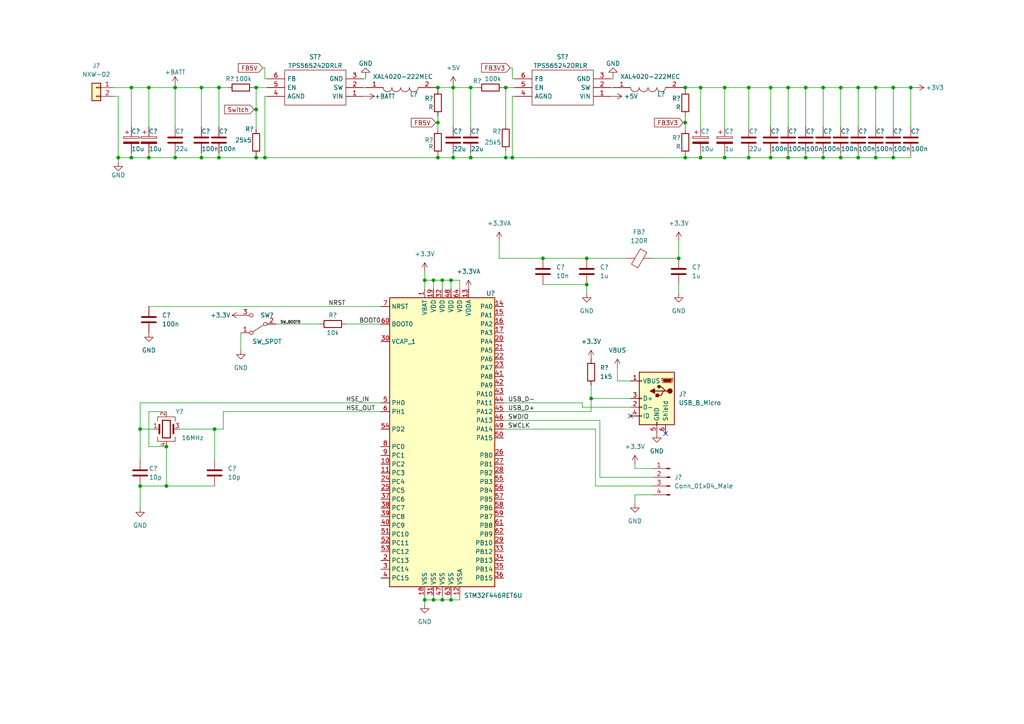
<source format=kicad_sch>
(kicad_sch (version 20211123) (generator eeschema)
  (paper "A4")
  (lib_symbols
    (symbol "Connector:Conn_01x04_Male" (pin_names (offset 1.016) hide)
      (property "Reference" "J" (at 0 5.08 0))
      (property "Value" "Conn_01x04_Male" (at 0 -7.62 0))
      (symbol "Conn_01x04_Male_1_1"
        (polyline (pts (xy 1.27 -5.08) (xy 0.8636 -5.08)) (stroke (width 0.1524)))
        (polyline (pts (xy 1.27 -2.54) (xy 0.8636 -2.54)) (stroke (width 0.1524)))
        (polyline (pts (xy 1.27 0) (xy 0.8636 0)) (stroke (width 0.1524)))
        (polyline (pts (xy 1.27 2.54) (xy 0.8636 2.54)) (stroke (width 0.1524)))
        (rectangle (start 0.8636 -4.953) (end 0 -5.207) (stroke (width 0.1524)) (fill (type outline)))
        (rectangle (start 0.8636 -2.413) (end 0 -2.667) (stroke (width 0.1524)) (fill (type outline)))
        (rectangle (start 0.8636 0.127) (end 0 -0.127) (stroke (width 0.1524)) (fill (type outline)))
        (rectangle (start 0.8636 2.667) (end 0 2.413) (stroke (width 0.1524)) (fill (type outline)))
        (pin passive line (at 5.08 2.54 180) (length 3.81) (name "Pin_1") (number "1"))
        (pin passive line (at 5.08 0 180) (length 3.81) (name "Pin_2") (number "2"))
        (pin passive line (at 5.08 -2.54 180) (length 3.81) (name "Pin_3") (number "3"))
        (pin passive line (at 5.08 -5.08 180) (length 3.81) (name "Pin_4") (number "4"))
      )
    )
    (symbol "Connector:USB_B_Micro" (pin_names (offset 1.016))
      (property "Reference" "J" (at -5.08 11.43 0))
      (property "Value" "USB_B_Micro" (at -5.08 8.89 0))
      (symbol "USB_B_Micro_0_1"
        (rectangle (start -5.08 -7.62) (end 5.08 7.62) (stroke (width 0.254)) (fill (type background)))
        (circle (center -3.81 2.159) (radius 0.635) (stroke (width 0.254)) (fill (type outline)))
        (circle (center -0.635 3.429) (radius 0.381) (stroke (width 0.254)) (fill (type outline)))
        (rectangle (start -0.127 -7.62) (end 0.127 -6.858))
        (polyline (pts (xy -1.905 2.159) (xy 0.635 2.159)) (stroke (width 0.254)))
        (polyline (pts (xy -3.175 2.159) (xy -2.54 2.159) (xy -1.27 3.429) (xy -0.635 3.429)) (stroke (width 0.254)))
        (polyline (pts (xy -2.54 2.159) (xy -1.905 2.159) (xy -1.27 0.889) (xy 0 0.889)) (stroke (width 0.254)))
        (polyline (pts (xy 0.635 2.794) (xy 0.635 1.524) (xy 1.905 2.159) (xy 0.635 2.794)) (stroke (width 0.254)) (fill (type outline)))
        (polyline (pts (xy -4.318 5.588) (xy -1.778 5.588) (xy -2.032 4.826) (xy -4.064 4.826) (xy -4.318 5.588)) (fill (type outline)))
        (polyline (pts (xy -4.699 5.842) (xy -4.699 5.588) (xy -4.445 4.826) (xy -4.445 4.572) (xy -1.651 4.572) (xy -1.651 4.826) (xy -1.397 5.588) (xy -1.397 5.842) (xy -4.699 5.842)))
        (rectangle (start 0.254 1.27) (end -0.508 0.508) (stroke (width 0.254)) (fill (type outline)))
        (rectangle (start 5.08 -5.207) (end 4.318 -4.953))
        (rectangle (start 5.08 -2.667) (end 4.318 -2.413))
        (rectangle (start 5.08 -0.127) (end 4.318 0.127))
        (rectangle (start 5.08 4.953) (end 4.318 5.207))
      )
      (symbol "USB_B_Micro_1_1"
        (pin power_out line (at 7.62 5.08 180) (length 2.54) (name "VBUS") (number "1"))
        (pin bidirectional line (at 7.62 -2.54 180) (length 2.54) (name "D-") (number "2"))
        (pin bidirectional line (at 7.62 0 180) (length 2.54) (name "D+") (number "3"))
        (pin passive line (at 7.62 -5.08 180) (length 2.54) (name "ID") (number "4"))
        (pin power_out line (at 0 -10.16 90) (length 2.54) (name "GND") (number "5"))
        (pin passive line (at -2.54 -10.16 90) (length 2.54) (name "Shield") (number "6"))
      )
    )
    (symbol "Connector_Generic:Conn_01x02" (pin_names (offset 1.016) hide)
      (property "Reference" "J" (at 0 2.54 0))
      (property "Value" "Conn_01x02" (at 0 -5.08 0))
      (symbol "Conn_01x02_1_1"
        (rectangle (start -1.27 -2.413) (end 0 -2.667) (stroke (width 0.1524)))
        (rectangle (start -1.27 0.127) (end 0 -0.127) (stroke (width 0.1524)))
        (rectangle (start -1.27 1.27) (end 1.27 -3.81) (stroke (width 0.254)) (fill (type background)))
        (pin passive line (at -5.08 0 0) (length 3.81) (name "Pin_1") (number "1"))
        (pin passive line (at -5.08 -2.54 0) (length 3.81) (name "Pin_2") (number "2"))
      )
    )
    (symbol "Device:C" (pin_numbers hide) (pin_names (offset 0.254))
      (property "Reference" "C" (at 0.635 2.54 0))
      (property "Value" "C" (at 0.635 -2.54 0))
      (symbol "C_0_1"
        (polyline (pts (xy -2.032 -0.762) (xy 2.032 -0.762)) (stroke (width 0.508)))
        (polyline (pts (xy -2.032 0.762) (xy 2.032 0.762)) (stroke (width 0.508)))
      )
      (symbol "C_1_1"
        (pin passive line (at 0 3.81 270) (length 2.794) (name "~") (number "1"))
        (pin passive line (at 0 -3.81 90) (length 2.794) (name "~") (number "2"))
      )
    )
    (symbol "Device:C_Polarized" (pin_numbers hide) (pin_names (offset 0.254))
      (property "Reference" "C" (at 0.635 2.54 0))
      (property "Value" "C_Polarized" (at 0.635 -2.54 0))
      (symbol "C_Polarized_0_1"
        (rectangle (start -2.286 0.508) (end 2.286 1.016))
        (polyline (pts (xy -1.778 2.286) (xy -0.762 2.286)))
        (polyline (pts (xy -1.27 2.794) (xy -1.27 1.778)))
        (rectangle (start 2.286 -0.508) (end -2.286 -1.016) (fill (type outline)))
      )
      (symbol "C_Polarized_1_1"
        (pin passive line (at 0 3.81 270) (length 2.794) (name "~") (number "1"))
        (pin passive line (at 0 -3.81 90) (length 2.794) (name "~") (number "2"))
      )
    )
    (symbol "Device:Crystal_GND24" (pin_names (offset 1.016) hide)
      (property "Reference" "Y" (at 3.175 5.08 0))
      (property "Value" "Crystal_GND24" (at 3.175 3.175 0))
      (symbol "Crystal_GND24_0_1"
        (rectangle (start -1.143 2.54) (end 1.143 -2.54) (stroke (width 0.3048)))
        (polyline (pts (xy -2.54 0) (xy -2.032 0)))
        (polyline (pts (xy -2.032 -1.27) (xy -2.032 1.27)) (stroke (width 0.508)))
        (polyline (pts (xy 0 -3.81) (xy 0 -3.556)))
        (polyline (pts (xy 0 3.556) (xy 0 3.81)))
        (polyline (pts (xy 2.032 -1.27) (xy 2.032 1.27)) (stroke (width 0.508)))
        (polyline (pts (xy 2.032 0) (xy 2.54 0)))
        (polyline (pts (xy -2.54 -2.286) (xy -2.54 -3.556) (xy 2.54 -3.556) (xy 2.54 -2.286)))
        (polyline (pts (xy -2.54 2.286) (xy -2.54 3.556) (xy 2.54 3.556) (xy 2.54 2.286)))
      )
      (symbol "Crystal_GND24_1_1"
        (pin passive line (at -3.81 0 0) (length 1.27) (name "1") (number "1"))
        (pin passive line (at 0 5.08 270) (length 1.27) (name "2") (number "2"))
        (pin passive line (at 3.81 0 180) (length 1.27) (name "3") (number "3"))
        (pin passive line (at 0 -5.08 90) (length 1.27) (name "4") (number "4"))
      )
    )
    (symbol "Device:FerriteBead" (pin_numbers hide) (pin_names (offset 0))
      (property "Reference" "FB" (at -3.81 0.635 90))
      (property "Value" "FerriteBead" (at 3.81 0 90))
      (symbol "FerriteBead_0_1"
        (polyline (pts (xy 0 -1.27) (xy 0 -1.2192)))
        (polyline (pts (xy 0 1.27) (xy 0 1.2954)))
        (polyline (pts (xy -2.7686 0.4064) (xy -1.7018 2.2606) (xy 2.7686 -0.3048) (xy 1.6764 -2.159) (xy -2.7686 0.4064)))
      )
      (symbol "FerriteBead_1_1"
        (pin passive line (at 0 3.81 270) (length 2.54) (name "~") (number "1"))
        (pin passive line (at 0 -3.81 90) (length 2.54) (name "~") (number "2"))
      )
    )
    (symbol "Device:R" (pin_numbers hide) (pin_names (offset 0))
      (property "Reference" "R" (at 2.032 0 90))
      (property "Value" "R" (at 0 0 90))
      (symbol "R_0_1"
        (rectangle (start -1.016 -2.54) (end 1.016 2.54) (stroke (width 0.254)))
      )
      (symbol "R_1_1"
        (pin passive line (at 0 3.81 270) (length 1.27) (name "~") (number "1"))
        (pin passive line (at 0 -3.81 90) (length 1.27) (name "~") (number "2"))
      )
    )
    (symbol "MCU_ST_STM32F4:STM32F446RETx"
      (property "Reference" "U" (at -15.24 41.91 0))
      (property "Value" "STM32F446RETx" (at 10.16 41.91 0))
      (symbol "STM32F446RETx_0_1"
        (rectangle (start -15.24 -43.18) (end 15.24 40.64) (stroke (width 0.254)) (fill (type background)))
      )
      (symbol "STM32F446RETx_1_1"
        (pin power_in line (at -5.08 43.18 270) (length 2.54) (name "VBAT") (number "1"))
        (pin bidirectional line (at -17.78 -7.62 0) (length 2.54) (name "PC2") (number "10"))
        (pin bidirectional line (at -17.78 -10.16 0) (length 2.54) (name "PC3") (number "11"))
        (pin power_in line (at 5.08 -45.72 90) (length 2.54) (name "VSSA") (number "12"))
        (pin power_in line (at 7.62 43.18 270) (length 2.54) (name "VDDA") (number "13"))
        (pin bidirectional line (at 17.78 38.1 180) (length 2.54) (name "PA0") (number "14"))
        (pin bidirectional line (at 17.78 35.56 180) (length 2.54) (name "PA1") (number "15"))
        (pin bidirectional line (at 17.78 33.02 180) (length 2.54) (name "PA2") (number "16"))
        (pin bidirectional line (at 17.78 30.48 180) (length 2.54) (name "PA3") (number "17"))
        (pin power_in line (at -5.08 -45.72 90) (length 2.54) (name "VSS") (number "18"))
        (pin power_in line (at -2.54 43.18 270) (length 2.54) (name "VDD") (number "19"))
        (pin bidirectional line (at -17.78 -35.56 0) (length 2.54) (name "PC13") (number "2"))
        (pin bidirectional line (at 17.78 27.94 180) (length 2.54) (name "PA4") (number "20"))
        (pin bidirectional line (at 17.78 25.4 180) (length 2.54) (name "PA5") (number "21"))
        (pin bidirectional line (at 17.78 22.86 180) (length 2.54) (name "PA6") (number "22"))
        (pin bidirectional line (at 17.78 20.32 180) (length 2.54) (name "PA7") (number "23"))
        (pin bidirectional line (at -17.78 -12.7 0) (length 2.54) (name "PC4") (number "24"))
        (pin bidirectional line (at -17.78 -15.24 0) (length 2.54) (name "PC5") (number "25"))
        (pin bidirectional line (at 17.78 -5.08 180) (length 2.54) (name "PB0") (number "26"))
        (pin bidirectional line (at 17.78 -7.62 180) (length 2.54) (name "PB1") (number "27"))
        (pin bidirectional line (at 17.78 -10.16 180) (length 2.54) (name "PB2") (number "28"))
        (pin bidirectional line (at 17.78 -30.48 180) (length 2.54) (name "PB10") (number "29"))
        (pin bidirectional line (at -17.78 -38.1 0) (length 2.54) (name "PC14") (number "3"))
        (pin power_in line (at -17.78 27.94 0) (length 2.54) (name "VCAP_1") (number "30"))
        (pin power_in line (at -2.54 -45.72 90) (length 2.54) (name "VSS") (number "31"))
        (pin power_in line (at 0 43.18 270) (length 2.54) (name "VDD") (number "32"))
        (pin bidirectional line (at 17.78 -33.02 180) (length 2.54) (name "PB12") (number "33"))
        (pin bidirectional line (at 17.78 -35.56 180) (length 2.54) (name "PB13") (number "34"))
        (pin bidirectional line (at 17.78 -38.1 180) (length 2.54) (name "PB14") (number "35"))
        (pin bidirectional line (at 17.78 -40.64 180) (length 2.54) (name "PB15") (number "36"))
        (pin bidirectional line (at -17.78 -17.78 0) (length 2.54) (name "PC6") (number "37"))
        (pin bidirectional line (at -17.78 -20.32 0) (length 2.54) (name "PC7") (number "38"))
        (pin bidirectional line (at -17.78 -22.86 0) (length 2.54) (name "PC8") (number "39"))
        (pin bidirectional line (at -17.78 -40.64 0) (length 2.54) (name "PC15") (number "4"))
        (pin bidirectional line (at -17.78 -25.4 0) (length 2.54) (name "PC9") (number "40"))
        (pin bidirectional line (at 17.78 17.78 180) (length 2.54) (name "PA8") (number "41"))
        (pin bidirectional line (at 17.78 15.24 180) (length 2.54) (name "PA9") (number "42"))
        (pin bidirectional line (at 17.78 12.7 180) (length 2.54) (name "PA10") (number "43"))
        (pin bidirectional line (at 17.78 10.16 180) (length 2.54) (name "PA11") (number "44"))
        (pin bidirectional line (at 17.78 7.62 180) (length 2.54) (name "PA12") (number "45"))
        (pin bidirectional line (at 17.78 5.08 180) (length 2.54) (name "PA13") (number "46"))
        (pin power_in line (at 0 -45.72 90) (length 2.54) (name "VSS") (number "47"))
        (pin power_in line (at 2.54 43.18 270) (length 2.54) (name "VDD") (number "48"))
        (pin bidirectional line (at 17.78 2.54 180) (length 2.54) (name "PA14") (number "49"))
        (pin input line (at -17.78 10.16 0) (length 2.54) (name "PH0") (number "5"))
        (pin bidirectional line (at 17.78 0 180) (length 2.54) (name "PA15") (number "50"))
        (pin bidirectional line (at -17.78 -27.94 0) (length 2.54) (name "PC10") (number "51"))
        (pin bidirectional line (at -17.78 -30.48 0) (length 2.54) (name "PC11") (number "52"))
        (pin bidirectional line (at -17.78 -33.02 0) (length 2.54) (name "PC12") (number "53"))
        (pin bidirectional line (at -17.78 2.54 0) (length 2.54) (name "PD2") (number "54"))
        (pin bidirectional line (at 17.78 -12.7 180) (length 2.54) (name "PB3") (number "55"))
        (pin bidirectional line (at 17.78 -15.24 180) (length 2.54) (name "PB4") (number "56"))
        (pin bidirectional line (at 17.78 -17.78 180) (length 2.54) (name "PB5") (number "57"))
        (pin bidirectional line (at 17.78 -20.32 180) (length 2.54) (name "PB6") (number "58"))
        (pin bidirectional line (at 17.78 -22.86 180) (length 2.54) (name "PB7") (number "59"))
        (pin input line (at -17.78 7.62 0) (length 2.54) (name "PH1") (number "6"))
        (pin input line (at -17.78 33.02 0) (length 2.54) (name "BOOT0") (number "60"))
        (pin bidirectional line (at 17.78 -25.4 180) (length 2.54) (name "PB8") (number "61"))
        (pin bidirectional line (at 17.78 -27.94 180) (length 2.54) (name "PB9") (number "62"))
        (pin power_in line (at 2.54 -45.72 90) (length 2.54) (name "VSS") (number "63"))
        (pin power_in line (at 5.08 43.18 270) (length 2.54) (name "VDD") (number "64"))
        (pin input line (at -17.78 38.1 0) (length 2.54) (name "NRST") (number "7"))
        (pin bidirectional line (at -17.78 -2.54 0) (length 2.54) (name "PC0") (number "8"))
        (pin bidirectional line (at -17.78 -5.08 0) (length 2.54) (name "PC1") (number "9"))
      )
    )
    (symbol "SamacSys_Parts:TPS565242DRLR" (pin_names (offset 0.762))
      (property "Reference" "IC" (at 24.13 7.62 0))
      (property "Value" "TPS565242DRLR" (at 24.13 5.08 0))
      (symbol "TPS565242DRLR_0_0"
        (pin passive line (at 0 0 0) (length 5.08) (name "VIN") (number "1"))
        (pin passive line (at 0 -2.54 0) (length 5.08) (name "SW") (number "2"))
        (pin passive line (at 0 -5.08 0) (length 5.08) (name "GND") (number "3"))
        (pin passive line (at 27.94 0 180) (length 5.08) (name "AGND") (number "4"))
        (pin passive line (at 27.94 -2.54 180) (length 5.08) (name "EN") (number "5"))
        (pin passive line (at 27.94 -5.08 180) (length 5.08) (name "FB") (number "6"))
      )
      (symbol "TPS565242DRLR_0_1"
        (polyline (pts (xy 5.08 2.54) (xy 22.86 2.54) (xy 22.86 -7.62) (xy 5.08 -7.62) (xy 5.08 2.54)) (stroke (width 0.1524)))
      )
    )
    (symbol "SamacSys_Parts:XAL4020-222MEC" (pin_names (offset 0.762))
      (property "Reference" "L" (at 16.51 6.35 0))
      (property "Value" "XAL4020-222MEC" (at 16.51 3.81 0))
      (symbol "XAL4020-222MEC_0_0"
        (pin passive line (at 0 0 0) (length 5.08) (name "~") (number "1"))
        (pin passive line (at 20.32 0 180) (length 5.08) (name "~") (number "2"))
      )
      (symbol "XAL4020-222MEC_0_1"
        (arc (start 5.08 0) (mid 6.35 -1.3218) (end 7.62 0) (stroke (width 0.1524)))
        (arc (start 7.62 0) (mid 8.89 -1.3218) (end 10.16 0) (stroke (width 0.1524)))
        (arc (start 10.16 0) (mid 11.43 -1.3218) (end 12.7 0) (stroke (width 0.1524)))
        (arc (start 12.7 0) (mid 13.97 -1.3218) (end 15.24 0) (stroke (width 0.1524)))
      )
    )
    (symbol "Switch:SW_SPDT" (pin_names (offset 0) hide)
      (property "Reference" "SW" (at 0 4.318 0))
      (property "Value" "SW_SPDT" (at 0 -5.08 0))
      (symbol "SW_SPDT_0_0"
        (circle (center -2.032 0) (radius 0.508))
        (circle (center 2.032 -2.54) (radius 0.508))
      )
      (symbol "SW_SPDT_0_1"
        (polyline (pts (xy -1.524 0.254) (xy 1.651 2.286)))
        (circle (center 2.032 2.54) (radius 0.508))
      )
      (symbol "SW_SPDT_1_1"
        (pin passive line (at 5.08 2.54 180) (length 2.54) (name "A") (number "1"))
        (pin passive line (at -5.08 0 0) (length 2.54) (name "B") (number "2"))
        (pin passive line (at 5.08 -2.54 180) (length 2.54) (name "C") (number "3"))
      )
    )
    (symbol "power:+3.3V" (power) (pin_names (offset 0))
      (property "Value" "+3.3V" (at 0 3.556 0))
      (symbol "+3.3V_0_1"
        (polyline (pts (xy -0.762 1.27) (xy 0 2.54)))
        (polyline (pts (xy 0 0) (xy 0 2.54)))
        (polyline (pts (xy 0 2.54) (xy 0.762 1.27)))
      )
      (symbol "+3.3V_1_1"
        (pin power_in line (at 0 0 90) (length 0) hide (name "+3.3V") (number "1"))
      )
    )
    (symbol "power:+3.3VA" (power) (pin_names (offset 0))
      (property "Value" "+3.3VA" (at 0 3.556 0))
      (symbol "+3.3VA_0_1"
        (polyline (pts (xy -0.762 1.27) (xy 0 2.54)))
        (polyline (pts (xy 0 0) (xy 0 2.54)))
        (polyline (pts (xy 0 2.54) (xy 0.762 1.27)))
      )
      (symbol "+3.3VA_1_1"
        (pin power_in line (at 0 0 90) (length 0) hide (name "+3.3VA") (number "1"))
      )
    )
    (symbol "power:+3V3" (power) (pin_names (offset 0))
      (property "Value" "+3V3" (at 0 3.556 0))
      (symbol "+3V3_0_1"
        (polyline (pts (xy -0.762 1.27) (xy 0 2.54)))
        (polyline (pts (xy 0 0) (xy 0 2.54)))
        (polyline (pts (xy 0 2.54) (xy 0.762 1.27)))
      )
      (symbol "+3V3_1_1"
        (pin power_in line (at 0 0 90) (length 0) hide (name "+3V3") (number "1"))
      )
    )
    (symbol "power:+5V" (power) (pin_names (offset 0))
      (property "Value" "+5V" (at 0 3.556 0))
      (symbol "+5V_0_1"
        (polyline (pts (xy -0.762 1.27) (xy 0 2.54)))
        (polyline (pts (xy 0 0) (xy 0 2.54)))
        (polyline (pts (xy 0 2.54) (xy 0.762 1.27)))
      )
      (symbol "+5V_1_1"
        (pin power_in line (at 0 0 90) (length 0) hide (name "+5V") (number "1"))
      )
    )
    (symbol "power:+BATT" (power) (pin_names (offset 0))
      (property "Value" "+BATT" (at 0 3.556 0))
      (symbol "+BATT_0_1"
        (polyline (pts (xy -0.762 1.27) (xy 0 2.54)))
        (polyline (pts (xy 0 0) (xy 0 2.54)))
        (polyline (pts (xy 0 2.54) (xy 0.762 1.27)))
      )
      (symbol "+BATT_1_1"
        (pin power_in line (at 0 0 90) (length 0) hide (name "+BATT") (number "1"))
      )
    )
    (symbol "power:GND" (power) (pin_names (offset 0))
      (property "Value" "GND" (at 0 -3.81 0))
      (symbol "GND_0_1"
        (polyline (pts (xy 0 0) (xy 0 -1.27) (xy 1.27 -1.27) (xy 0 -2.54) (xy -1.27 -1.27) (xy 0 -1.27)))
      )
      (symbol "GND_1_1"
        (pin power_in line (at 0 0 270) (length 0) hide (name "GND") (number "1"))
      )
    )
    (symbol "power:VBUS" (power) (pin_names (offset 0))
      (property "Value" "VBUS" (at 0 3.81 0))
      (symbol "VBUS_0_1"
        (polyline (pts (xy -0.762 1.27) (xy 0 2.54)))
        (polyline (pts (xy 0 0) (xy 0 2.54)))
        (polyline (pts (xy 0 2.54) (xy 0.762 1.27)))
      )
      (symbol "VBUS_1_1"
        (pin power_in line (at 0 0 90) (length 0) hide (name "VBUS") (number "1"))
      )
    )
  )
  (junction (at 136.525 45.72))
  (junction (at 228.6 25.4))
  (junction (at 125.73 173.99))
  (junction (at 38.1 45.72))
  (junction (at 170.18 74.93))
  (junction (at 38.1 25.4))
  (junction (at 63.5 25.4))
  (junction (at 62.23 124.46))
  (junction (at 238.76 25.4))
  (junction (at 259.08 45.72))
  (junction (at 203.2 45.72))
  (junction (at 248.92 45.72))
  (junction (at 228.6 45.72))
  (junction (at 50.8 25.4))
  (junction (at 128.27 173.99))
  (junction (at 131.445 45.72))
  (junction (at 198.755 25.4))
  (junction (at 243.84 25.4))
  (junction (at 127 35.56))
  (junction (at 254 45.72))
  (junction (at 130.81 81.28))
  (junction (at 43.18 25.4))
  (junction (at 74.295 31.75))
  (junction (at 74.295 25.4))
  (junction (at 238.76 45.72))
  (junction (at 58.42 45.72))
  (junction (at 157.48 74.93))
  (junction (at 170.18 82.55))
  (junction (at 76.835 45.72))
  (junction (at 123.19 81.28))
  (junction (at 198.755 45.72))
  (junction (at 43.18 45.72))
  (junction (at 123.19 173.99))
  (junction (at 131.445 25.4))
  (junction (at 146.685 25.4))
  (junction (at 128.27 81.28))
  (junction (at 63.5 45.72))
  (junction (at 125.73 81.28))
  (junction (at 254 25.4))
  (junction (at 217.17 45.72))
  (junction (at 40.64 140.97))
  (junction (at 146.685 45.72))
  (junction (at 58.42 25.4))
  (junction (at 48.26 129.54))
  (junction (at 136.525 25.4))
  (junction (at 198.755 35.56))
  (junction (at 210.185 25.4))
  (junction (at 171.45 115.57))
  (junction (at 130.81 173.99))
  (junction (at 210.185 45.72))
  (junction (at 233.68 25.4))
  (junction (at 34.29 45.72))
  (junction (at 148.59 45.72))
  (junction (at 264.16 25.4))
  (junction (at 223.52 45.72))
  (junction (at 196.85 74.93))
  (junction (at 40.64 124.46))
  (junction (at 243.84 45.72))
  (junction (at 50.8 45.72))
  (junction (at 74.295 45.72))
  (junction (at 233.68 45.72))
  (junction (at 127 25.4))
  (junction (at 203.2 25.4))
  (junction (at 259.08 25.4))
  (junction (at 217.17 25.4))
  (junction (at 248.92 25.4))
  (junction (at 223.52 25.4))
  (junction (at 48.26 140.97))
  (junction (at 127 45.72))
  (no_connect (at 193.04 125.73))
  (no_connect (at 182.88 120.65))
  (wire (pts (xy 148.59 27.94) (xy 148.59 45.72)))
  (wire (pts (xy 63.5 36.83) (xy 63.5 25.4)))
  (wire (pts (xy 233.68 25.4) (xy 228.6 25.4)))
  (wire (pts (xy 130.81 81.28) (xy 133.35 81.28)))
  (wire (pts (xy 223.52 45.72) (xy 217.17 45.72)))
  (wire (pts (xy 131.445 36.83) (xy 131.445 25.4)))
  (wire (pts (xy 198.755 35.56) (xy 198.755 33.655)))
  (wire (pts (xy 264.16 36.83) (xy 264.16 25.4)))
  (wire (pts (xy 43.18 119.38) (xy 43.18 129.54)))
  (wire (pts (xy 248.92 45.72) (xy 243.84 45.72)))
  (wire (pts (xy 184.15 134.62) (xy 184.15 135.89)))
  (wire (pts (xy 173.99 121.92) (xy 173.99 138.43)))
  (wire (pts (xy 233.68 36.83) (xy 233.68 25.4)))
  (wire (pts (xy 146.685 36.195) (xy 146.685 25.4)))
  (wire (pts (xy 238.76 25.4) (xy 233.68 25.4)))
  (wire (pts (xy 144.78 74.93) (xy 157.48 74.93)))
  (wire (pts (xy 171.45 119.38) (xy 171.45 115.57)))
  (wire (pts (xy 58.42 36.83) (xy 58.42 25.4)))
  (wire (pts (xy 38.1 44.45) (xy 38.1 45.72)))
  (wire (pts (xy 125.73 81.28) (xy 128.27 81.28)))
  (wire (pts (xy 264.16 25.4) (xy 259.08 25.4)))
  (wire (pts (xy 136.525 36.83) (xy 136.525 25.4)))
  (wire (pts (xy 62.23 124.46) (xy 52.07 124.46)))
  (wire (pts (xy 127 35.56) (xy 127 37.465)))
  (wire (pts (xy 50.8 45.72) (xy 58.42 45.72)))
  (wire (pts (xy 248.92 36.83) (xy 248.92 25.4)))
  (wire (pts (xy 43.18 129.54) (xy 48.26 129.54)))
  (wire (pts (xy 203.2 45.72) (xy 210.185 45.72)))
  (wire (pts (xy 128.27 173.99) (xy 128.27 172.72)))
  (wire (pts (xy 265.43 25.4) (xy 264.16 25.4)))
  (wire (pts (xy 254 25.4) (xy 259.08 25.4)))
  (wire (pts (xy 228.6 36.83) (xy 228.6 25.4)))
  (wire (pts (xy 76.835 22.86) (xy 77.47 22.86)))
  (wire (pts (xy 64.77 119.38) (xy 110.49 119.38)))
  (wire (pts (xy 210.185 36.83) (xy 210.185 25.4)))
  (wire (pts (xy 76.2 19.685) (xy 76.835 19.685)))
  (wire (pts (xy 238.76 45.72) (xy 233.68 45.72)))
  (wire (pts (xy 76.835 45.72) (xy 127 45.72)))
  (wire (pts (xy 157.48 74.93) (xy 170.18 74.93)))
  (wire (pts (xy 203.2 25.4) (xy 198.755 25.4)))
  (wire (pts (xy 128.27 81.28) (xy 128.27 83.82)))
  (wire (pts (xy 148.59 45.72) (xy 198.755 45.72)))
  (wire (pts (xy 74.295 45.72) (xy 76.835 45.72)))
  (wire (pts (xy 210.185 25.4) (xy 217.17 25.4)))
  (wire (pts (xy 179.07 110.49) (xy 182.88 110.49)))
  (wire (pts (xy 146.685 45.72) (xy 148.59 45.72)))
  (wire (pts (xy 172.72 140.97) (xy 189.23 140.97)))
  (wire (pts (xy 136.525 44.45) (xy 136.525 45.72)))
  (wire (pts (xy 69.85 96.52) (xy 69.85 101.6)))
  (wire (pts (xy 34.29 45.72) (xy 38.1 45.72)))
  (wire (pts (xy 146.05 124.46) (xy 172.72 124.46)))
  (wire (pts (xy 217.17 44.45) (xy 217.17 45.72)))
  (wire (pts (xy 177.8 22.225) (xy 177.8 22.86)))
  (wire (pts (xy 80.01 93.98) (xy 92.71 93.98)))
  (wire (pts (xy 171.45 115.57) (xy 182.88 115.57)))
  (wire (pts (xy 123.19 78.74) (xy 123.19 81.28)))
  (wire (pts (xy 228.6 44.45) (xy 228.6 45.72)))
  (wire (pts (xy 33.02 25.4) (xy 38.1 25.4)))
  (wire (pts (xy 248.92 25.4) (xy 243.84 25.4)))
  (wire (pts (xy 223.52 44.45) (xy 223.52 45.72)))
  (wire (pts (xy 127 45.72) (xy 131.445 45.72)))
  (wire (pts (xy 254 25.4) (xy 248.92 25.4)))
  (wire (pts (xy 233.68 44.45) (xy 233.68 45.72)))
  (wire (pts (xy 76.835 19.685) (xy 76.835 22.86)))
  (wire (pts (xy 196.85 69.85) (xy 196.85 74.93)))
  (wire (pts (xy 177.8 22.86) (xy 177.165 22.86)))
  (wire (pts (xy 33.02 27.94) (xy 34.29 27.94)))
  (wire (pts (xy 223.52 36.83) (xy 223.52 25.4)))
  (wire (pts (xy 223.52 25.4) (xy 217.17 25.4)))
  (wire (pts (xy 210.185 45.72) (xy 217.17 45.72)))
  (wire (pts (xy 74.295 25.4) (xy 77.47 25.4)))
  (wire (pts (xy 254 44.45) (xy 254 45.72)))
  (wire (pts (xy 131.445 44.45) (xy 131.445 45.72)))
  (wire (pts (xy 146.685 43.815) (xy 146.685 45.72)))
  (wire (pts (xy 248.92 44.45) (xy 248.92 45.72)))
  (wire (pts (xy 130.81 173.99) (xy 133.35 173.99)))
  (wire (pts (xy 259.08 45.72) (xy 254 45.72)))
  (wire (pts (xy 131.445 24.765) (xy 131.445 25.4)))
  (wire (pts (xy 177.165 27.94) (xy 177.8 27.94)))
  (wire (pts (xy 210.185 44.45) (xy 210.185 45.72)))
  (wire (pts (xy 243.84 44.45) (xy 243.84 45.72)))
  (wire (pts (xy 125.73 173.99) (xy 128.27 173.99)))
  (wire (pts (xy 43.18 44.45) (xy 43.18 45.72)))
  (wire (pts (xy 196.85 82.55) (xy 196.85 85.09)))
  (wire (pts (xy 217.17 36.83) (xy 217.17 25.4)))
  (wire (pts (xy 254 45.72) (xy 248.92 45.72)))
  (wire (pts (xy 131.445 25.4) (xy 127 25.4)))
  (wire (pts (xy 238.76 36.83) (xy 238.76 25.4)))
  (wire (pts (xy 43.18 25.4) (xy 50.8 25.4)))
  (wire (pts (xy 73.66 31.75) (xy 74.295 31.75)))
  (wire (pts (xy 127 33.655) (xy 127 35.56)))
  (wire (pts (xy 184.15 146.05) (xy 184.15 143.51)))
  (wire (pts (xy 146.685 45.72) (xy 136.525 45.72)))
  (wire (pts (xy 40.64 116.84) (xy 40.64 124.46)))
  (wire (pts (xy 64.77 119.38) (xy 64.77 124.46)))
  (wire (pts (xy 127 25.4) (xy 126.365 25.4)))
  (wire (pts (xy 77.47 27.94) (xy 76.835 27.94)))
  (wire (pts (xy 100.33 93.98) (xy 110.49 93.98)))
  (wire (pts (xy 148.59 19.685) (xy 147.955 19.685)))
  (wire (pts (xy 203.2 36.83) (xy 203.2 25.4)))
  (wire (pts (xy 203.2 25.4) (xy 210.185 25.4)))
  (wire (pts (xy 198.755 45.085) (xy 198.755 45.72)))
  (wire (pts (xy 127 45.085) (xy 127 45.72)))
  (wire (pts (xy 170.18 82.55) (xy 170.18 85.09)))
  (wire (pts (xy 40.64 140.97) (xy 40.64 147.32)))
  (wire (pts (xy 34.29 45.72) (xy 34.29 46.99)))
  (wire (pts (xy 243.84 45.72) (xy 238.76 45.72)))
  (wire (pts (xy 40.64 124.46) (xy 44.45 124.46)))
  (wire (pts (xy 34.29 27.94) (xy 34.29 45.72)))
  (wire (pts (xy 149.225 27.94) (xy 148.59 27.94)))
  (wire (pts (xy 171.45 111.76) (xy 171.45 115.57)))
  (wire (pts (xy 58.42 25.4) (xy 63.5 25.4)))
  (wire (pts (xy 125.73 173.99) (xy 125.73 172.72)))
  (wire (pts (xy 264.16 45.72) (xy 259.08 45.72)))
  (wire (pts (xy 126.365 35.56) (xy 127 35.56)))
  (wire (pts (xy 259.08 36.83) (xy 259.08 25.4)))
  (wire (pts (xy 50.8 36.83) (xy 50.8 25.4)))
  (wire (pts (xy 48.26 140.97) (xy 62.23 140.97)))
  (wire (pts (xy 106.045 22.86) (xy 105.41 22.86)))
  (wire (pts (xy 170.18 74.93) (xy 181.61 74.93)))
  (wire (pts (xy 243.84 36.83) (xy 243.84 25.4)))
  (wire (pts (xy 146.05 121.92) (xy 173.99 121.92)))
  (wire (pts (xy 43.18 88.9) (xy 110.49 88.9)))
  (wire (pts (xy 64.77 124.46) (xy 62.23 124.46)))
  (wire (pts (xy 43.18 45.72) (xy 50.8 45.72)))
  (wire (pts (xy 146.685 25.4) (xy 146.05 25.4)))
  (wire (pts (xy 136.525 25.4) (xy 138.43 25.4)))
  (wire (pts (xy 203.2 44.45) (xy 203.2 45.72)))
  (wire (pts (xy 74.295 45.085) (xy 74.295 45.72)))
  (wire (pts (xy 133.35 173.99) (xy 133.35 172.72)))
  (wire (pts (xy 74.295 31.75) (xy 74.295 25.4)))
  (wire (pts (xy 198.755 25.4) (xy 198.12 25.4)))
  (wire (pts (xy 123.19 173.99) (xy 125.73 173.99)))
  (wire (pts (xy 48.26 119.38) (xy 43.18 119.38)))
  (wire (pts (xy 149.225 25.4) (xy 146.685 25.4)))
  (wire (pts (xy 74.295 37.465) (xy 74.295 31.75)))
  (wire (pts (xy 123.19 81.28) (xy 125.73 81.28)))
  (wire (pts (xy 38.1 25.4) (xy 43.18 25.4)))
  (wire (pts (xy 38.1 45.72) (xy 43.18 45.72)))
  (wire (pts (xy 172.72 124.46) (xy 172.72 140.97)))
  (wire (pts (xy 128.27 81.28) (xy 130.81 81.28)))
  (wire (pts (xy 63.5 45.72) (xy 74.295 45.72)))
  (wire (pts (xy 123.19 175.26) (xy 123.19 173.99)))
  (wire (pts (xy 198.755 26.035) (xy 198.755 25.4)))
  (wire (pts (xy 63.5 44.45) (xy 63.5 45.72)))
  (wire (pts (xy 40.64 140.97) (xy 48.26 140.97)))
  (wire (pts (xy 50.8 44.45) (xy 50.8 45.72)))
  (wire (pts (xy 130.81 81.28) (xy 130.81 83.82)))
  (wire (pts (xy 228.6 45.72) (xy 223.52 45.72)))
  (wire (pts (xy 136.525 45.72) (xy 131.445 45.72)))
  (wire (pts (xy 198.755 37.465) (xy 198.755 35.56)))
  (wire (pts (xy 62.23 124.46) (xy 62.23 133.35)))
  (wire (pts (xy 40.64 124.46) (xy 40.64 133.35)))
  (wire (pts (xy 127 26.035) (xy 127 25.4)))
  (wire (pts (xy 148.59 19.685) (xy 148.59 22.86)))
  (wire (pts (xy 58.42 44.45) (xy 58.42 45.72)))
  (wire (pts (xy 130.81 173.99) (xy 130.81 172.72)))
  (wire (pts (xy 173.99 138.43) (xy 189.23 138.43)))
  (wire (pts (xy 106.045 22.225) (xy 106.045 22.86)))
  (wire (pts (xy 228.6 25.4) (xy 223.52 25.4)))
  (wire (pts (xy 264.16 44.45) (xy 264.16 45.72)))
  (wire (pts (xy 148.59 22.86) (xy 149.225 22.86)))
  (wire (pts (xy 63.5 25.4) (xy 66.04 25.4)))
  (wire (pts (xy 177.165 25.4) (xy 177.8 25.4)))
  (wire (pts (xy 184.15 135.89) (xy 189.23 135.89)))
  (wire (pts (xy 259.08 44.45) (xy 259.08 45.72)))
  (wire (pts (xy 146.05 116.84) (xy 168.91 116.84)))
  (wire (pts (xy 123.19 173.99) (xy 123.19 172.72)))
  (wire (pts (xy 238.76 44.45) (xy 238.76 45.72)))
  (wire (pts (xy 184.15 143.51) (xy 189.23 143.51)))
  (wire (pts (xy 131.445 25.4) (xy 136.525 25.4)))
  (wire (pts (xy 43.18 36.83) (xy 43.18 25.4)))
  (wire (pts (xy 189.23 74.93) (xy 196.85 74.93)))
  (wire (pts (xy 128.27 173.99) (xy 130.81 173.99)))
  (wire (pts (xy 123.19 81.28) (xy 123.19 83.82)))
  (wire (pts (xy 76.835 27.94) (xy 76.835 45.72)))
  (wire (pts (xy 243.84 25.4) (xy 238.76 25.4)))
  (wire (pts (xy 133.35 81.28) (xy 133.35 83.82)))
  (wire (pts (xy 157.48 82.55) (xy 170.18 82.55)))
  (wire (pts (xy 58.42 45.72) (xy 63.5 45.72)))
  (wire (pts (xy 144.78 69.85) (xy 144.78 74.93)))
  (wire (pts (xy 50.8 24.765) (xy 50.8 25.4)))
  (wire (pts (xy 38.1 36.83) (xy 38.1 25.4)))
  (wire (pts (xy 40.64 116.84) (xy 110.49 116.84)))
  (wire (pts (xy 179.07 106.68) (xy 179.07 110.49)))
  (wire (pts (xy 106.045 27.94) (xy 105.41 27.94)))
  (wire (pts (xy 50.8 25.4) (xy 58.42 25.4)))
  (wire (pts (xy 48.26 129.54) (xy 48.26 140.97)))
  (wire (pts (xy 254 36.83) (xy 254 25.4)))
  (wire (pts (xy 198.12 35.56) (xy 198.755 35.56)))
  (wire (pts (xy 125.73 81.28) (xy 125.73 83.82)))
  (wire (pts (xy 168.91 116.84) (xy 168.91 118.11)))
  (wire (pts (xy 73.66 25.4) (xy 74.295 25.4)))
  (wire (pts (xy 168.91 118.11) (xy 182.88 118.11)))
  (wire (pts (xy 198.755 45.72) (xy 203.2 45.72)))
  (wire (pts (xy 146.05 119.38) (xy 171.45 119.38)))
  (wire (pts (xy 233.68 45.72) (xy 228.6 45.72)))
  (wire (pts (xy 105.41 25.4) (xy 106.045 25.4)))
  (label "NRST" (at 95.25 88.9 0))
  (label "SW_BOOT0" (at 81.28 93.98 0) (effects (font (size 0.75 0.75))))
  (label "HSE_OUT" (at 100.33 119.38 0))
  (label "SWDIO" (at 147.32 121.92 0))
  (label "HSE_IN" (at 100.33 116.84 0))
  (label "BOOT0" (at 104.14 93.98 0))
  (label "USB_D-" (at 147.32 116.84 0))
  (label "SWCLK" (at 147.32 124.46 0))
  (label "USB_D+" (at 147.32 119.38 0))
  (global_label "FB3V3" (shape input) (at 147.955 19.685 180) (property "Intersheet References" "${INTERSHEET_REFS}" (effects hide)))
  (global_label "Switch" (shape input) (at 73.66 31.75 180) (property "Intersheet References" "${INTERSHEET_REFS}" (effects hide)))
  (global_label "FB5V" (shape input) (at 126.365 35.56 180) (property "Intersheet References" "${INTERSHEET_REFS}" (effects hide)))
  (global_label "FB3V3" (shape input) (at 198.12 35.56 180) (property "Intersheet References" "${INTERSHEET_REFS}" (effects hide)))
  (global_label "FB5V" (shape input) (at 76.2 19.685 180) (property "Intersheet References" "${INTERSHEET_REFS}" (effects hide)))
  (symbol (lib_id "power:GND") (at 196.85 85.09 0) (unit 1)
    (property "Reference" "#PWR?" (effects hide))
    (property "Value" "GND" (at 196.85 90.17 0))
  )
  (symbol (lib_id "power:+3.3VA") (at 135.89 83.82 0) (unit 1)
    (property "Reference" "#PWR?" (effects hide))
    (property "Value" "+3.3VA" (at 135.89 78.74 0))
  )
  (symbol (lib_id "power:GND") (at 184.15 146.05 0) (unit 1)
    (property "Reference" "#PWR?" (effects hide))
    (property "Value" "GND" (at 184.15 151.13 0))
  )
  (symbol (lib_id "Device:C") (at 62.23 137.16 0) (unit 1)
    (property "Reference" "C?" (at 66.04 135.8899 0) (effects (justify left)))
    (property "Value" "10p" (at 66.04 138.4299 0) (effects (justify left)))
  )
  (symbol (lib_id "Device:C") (at 63.5 40.64 0) (unit 1)
    (property "Reference" "C?" (at 63.5 38.1 0) (effects (justify left)))
    (property "Value" "100n" (at 58.42 43.18 0) (effects (justify left)))
    (property "Footprint" "Capacitor_SMD:C_0805_2012Metric_Pad1.18x1.45mm_HandSolder" (effects hide))
    (property "Datasheet" "https://www.tme.eu/Document/7da762c1dbaf553c64ad9c40d3603826/mlcc_samsung.pdf" (effects hide))
    (property "Shop" "https://www.tme.eu/cz/details/cl21b104kbcnnnc/kondenzatory-mlcc-smd/samsung/" (effects hide))
  )
  (symbol (lib_id "Device:C") (at 238.76 40.64 0) (unit 1)
    (property "Reference" "C?" (at 238.76 38.1 0) (effects (justify left)))
    (property "Value" "100n" (at 238.76 43.18 0) (effects (justify left)))
    (property "Footprint" "Capacitor_SMD:C_0805_2012Metric_Pad1.18x1.45mm_HandSolder" (effects hide))
    (property "Datasheet" "https://www.tme.eu/Document/7da762c1dbaf553c64ad9c40d3603826/mlcc_samsung.pdf" (effects hide))
    (property "Shop" "https://www.tme.eu/cz/details/cl21b104kbcnnnc/kondenzatory-mlcc-smd/samsung/" (effects hide))
  )
  (symbol (lib_id "power:+3.3V") (at 123.19 78.74 0) (unit 1)
    (property "Reference" "#PWR?" (effects hide))
    (property "Value" "+3.3V" (at 123.19 73.66 0))
  )
  (symbol (lib_id "SamacSys_Parts:TPS565242DRLR") (at 177.165 27.94 180) (unit 1)
    (property "Reference" "ST?" (at 163.195 16.51 0))
    (property "Value" "TPS565242DRLR" (at 162.56 19.05 0))
    (property "Footprint" "Package_TO_SOT_SMD:SOT-563" (effects hide))
    (property "Datasheet" "https://www.ti.com/lit/gpn/tps565247" (effects hide))
    (property "Shop" "https://cz.mouser.com/ProductDetail/Texas-Instruments/TPS565242DRLR?qs=tlsG%2FOw5FFgHUuabKshykA%3D%3D" (effects hide))
  )
  (symbol (lib_id "power:GND") (at 43.18 96.52 0) (unit 1)
    (property "Reference" "#PWR?" (effects hide))
    (property "Value" "GND" (at 43.18 101.6 0))
  )
  (symbol (lib_id "power:+3.3V") (at 69.85 91.44 90) (unit 1)
    (property "Reference" "#PWR?" (effects hide))
    (property "Value" "+3.3V" (at 60.96 91.44 90) (effects (justify right)))
  )
  (symbol (lib_id "power:GND") (at 190.5 125.73 0) (unit 1)
    (property "Reference" "#PWR?" (effects hide))
    (property "Value" "GND" (at 190.5 130.81 0))
  )
  (symbol (lib_id "Device:C") (at 254 40.64 0) (unit 1)
    (property "Reference" "C?" (at 254 38.1 0) (effects (justify left)))
    (property "Value" "100n" (at 254 43.18 0) (effects (justify left)))
    (property "Footprint" "Capacitor_SMD:C_0805_2012Metric_Pad1.18x1.45mm_HandSolder" (effects hide))
    (property "Datasheet" "https://www.tme.eu/Document/7da762c1dbaf553c64ad9c40d3603826/mlcc_samsung.pdf" (effects hide))
    (property "Shop" "https://www.tme.eu/cz/details/cl21b104kbcnnnc/kondenzatory-mlcc-smd/samsung/" (effects hide))
  )
  (symbol (lib_id "Device:C") (at 228.6 40.64 0) (unit 1)
    (property "Reference" "C?" (at 228.6 38.1 0) (effects (justify left)))
    (property "Value" "100n" (at 228.6 43.18 0) (effects (justify left)))
    (property "Footprint" "Capacitor_SMD:C_0805_2012Metric_Pad1.18x1.45mm_HandSolder" (effects hide))
    (property "Datasheet" "https://www.tme.eu/Document/7da762c1dbaf553c64ad9c40d3603826/mlcc_samsung.pdf" (effects hide))
    (property "Shop" "https://www.tme.eu/cz/details/cl21b104kbcnnnc/kondenzatory-mlcc-smd/samsung/" (effects hide))
  )
  (symbol (lib_id "SamacSys_Parts:XAL4020-222MEC") (at 106.045 25.4 0) (unit 1)
    (property "Reference" "L?" (at 120.015 27.305 0))
    (property "Value" "XAL4020-222MEC" (at 116.84 22.225 0))
    (property "Footprint" "Inductor_SMD:L_Coilcraft_XxL4040" (effects hide))
    (property "Datasheet" "https://www.coilcraft.com/pdfs/xal4000.pdf" (effects hide))
    (property "Shop" "https://cz.mouser.com/ProductDetail/Coilcraft/XAL4020-222MEC?qs=zCSbvcPd3pbr7vuk%252B2nqkg%3D%3D" (effects hide))
  )
  (symbol (lib_id "Device:C") (at 136.525 40.64 0) (unit 1)
    (property "Reference" "C?" (at 136.525 38.1 0) (effects (justify left)))
    (property "Value" "22u" (at 136.525 43.18 0) (effects (justify left)))
    (property "Footprint" "Capacitor_SMD:C_0805_2012Metric_Pad1.18x1.45mm_HandSolder" (effects hide))
    (property "Datasheet" "https://www.tme.eu/Document/4a42202b32dab16128fe107dd69598cc/samsung-chip-cap.pdf" (effects hide))
    (property "Shop" "https://www.tme.eu/cz/details/cl21a226mqqnnng/kondenzatory-mlcc-smd/samsung/" (effects hide))
  )
  (symbol (lib_id "Device:C") (at 264.16 40.64 0) (unit 1)
    (property "Reference" "C?" (at 264.16 38.1 0) (effects (justify left)))
    (property "Value" "100n" (at 264.16 43.18 0) (effects (justify left)))
    (property "Footprint" "Capacitor_SMD:C_0805_2012Metric_Pad1.18x1.45mm_HandSolder" (effects hide))
    (property "Datasheet" "https://www.tme.eu/Document/7da762c1dbaf553c64ad9c40d3603826/mlcc_samsung.pdf" (effects hide))
    (property "Shop" "https://www.tme.eu/cz/details/cl21b104kbcnnnc/kondenzatory-mlcc-smd/samsung/" (effects hide))
  )
  (symbol (lib_id "Device:R") (at 127 29.845 180) (unit 1)
    (property "Reference" "R?" (at 125.73 28.575 0) (effects (justify left)))
    (property "Value" "R" (at 125.73 31.115 0) (effects (justify left)))
    (property "Footprint" "Resistor_SMD:R_0805_2012Metric_Pad1.20x1.40mm_HandSolder" (effects hide))
  )
  (symbol (lib_id "power:GND") (at 69.85 101.6 0) (unit 1)
    (property "Reference" "#PWR?" (effects hide))
    (property "Value" "GND" (at 69.85 106.68 0))
  )
  (symbol (lib_id "SamacSys_Parts:XAL4020-222MEC") (at 177.8 25.4 0) (unit 1)
    (property "Reference" "L?" (at 191.77 27.305 0))
    (property "Value" "XAL4020-222MEC" (at 188.595 22.225 0))
    (property "Footprint" "Inductor_SMD:L_Coilcraft_XxL4040" (effects hide))
    (property "Datasheet" "https://www.coilcraft.com/pdfs/xal4000.pdf" (effects hide))
    (property "Shop" "https://cz.mouser.com/ProductDetail/Coilcraft/XAL4020-222MEC?qs=zCSbvcPd3pbr7vuk%252B2nqkg%3D%3D" (effects hide))
  )
  (symbol (lib_id "Device:C") (at 248.92 40.64 0) (unit 1)
    (property "Reference" "C?" (at 248.92 38.1 0) (effects (justify left)))
    (property "Value" "100n" (at 248.92 43.18 0) (effects (justify left)))
    (property "Footprint" "Capacitor_SMD:C_0805_2012Metric_Pad1.18x1.45mm_HandSolder" (effects hide))
    (property "Datasheet" "https://www.tme.eu/Document/7da762c1dbaf553c64ad9c40d3603826/mlcc_samsung.pdf" (effects hide))
    (property "Shop" "https://www.tme.eu/cz/details/cl21b104kbcnnnc/kondenzatory-mlcc-smd/samsung/" (effects hide))
  )
  (symbol (lib_id "Device:C") (at 243.84 40.64 0) (unit 1)
    (property "Reference" "C?" (at 243.84 38.1 0) (effects (justify left)))
    (property "Value" "100n" (at 243.84 43.18 0) (effects (justify left)))
    (property "Footprint" "Capacitor_SMD:C_0805_2012Metric_Pad1.18x1.45mm_HandSolder" (effects hide))
    (property "Datasheet" "https://www.tme.eu/Document/7da762c1dbaf553c64ad9c40d3603826/mlcc_samsung.pdf" (effects hide))
    (property "Shop" "https://www.tme.eu/cz/details/cl21b104kbcnnnc/kondenzatory-mlcc-smd/samsung/" (effects hide))
  )
  (symbol (lib_id "Device:R") (at 127 41.275 180) (unit 1)
    (property "Reference" "R?" (at 125.73 40.64 0) (effects (justify left)))
    (property "Value" "R" (at 125.73 42.545 0) (effects (justify left)))
    (property "Footprint" "Resistor_SMD:R_0805_2012Metric_Pad1.20x1.40mm_HandSolder" (effects hide))
  )
  (symbol (lib_id "Device:C_Polarized") (at 203.2 40.64 0) (unit 1)
    (property "Reference" "C?" (at 203.2 38.1 0) (effects (justify left)))
    (property "Value" "10u" (at 203.2 43.18 0) (effects (justify left)))
    (property "Footprint" "Capacitor_Tantalum_SMD:CP_EIA-3216-18_Kemet-A_Pad1.58x1.35mm_HandSolder" (effects hide))
    (property "Datasheet" "https://www.tme.eu/Document/e24aafab2fa4d2fc335623965655fb70/TAJ.pdf" (effects hide))
    (property "Shop" "https://www.tme.eu/cz/details/taja106k016rnj/tantalove-kondenzatory-smd/kyocera-avx/" (effects hide))
  )
  (symbol (lib_id "power:GND") (at 40.64 147.32 0) (unit 1)
    (property "Reference" "#PWR?" (effects hide))
    (property "Value" "GND" (at 40.64 152.4 0))
  )
  (symbol (lib_id "Device:R") (at 198.755 29.845 180) (unit 1)
    (property "Reference" "R?" (at 197.485 28.575 0) (effects (justify left)))
    (property "Value" "R" (at 197.485 31.115 0) (effects (justify left)))
    (property "Footprint" "Resistor_SMD:R_0805_2012Metric_Pad1.20x1.40mm_HandSolder" (effects hide))
  )
  (symbol (lib_id "Device:C") (at 58.42 40.64 0) (unit 1)
    (property "Reference" "C?" (at 58.42 38.1 0) (effects (justify left)))
    (property "Value" "100n" (at 63.5 43.18 0) (effects (justify left)))
    (property "Footprint" "Capacitor_SMD:C_0805_2012Metric_Pad1.18x1.45mm_HandSolder" (effects hide))
    (property "Datasheet" "https://www.tme.eu/Document/7da762c1dbaf553c64ad9c40d3603826/mlcc_samsung.pdf" (effects hide))
    (property "Shop" "https://www.tme.eu/cz/details/cl21b104kbcnnnc/kondenzatory-mlcc-smd/samsung/" (effects hide))
  )
  (symbol (lib_id "power:+3V3") (at 265.43 25.4 270) (unit 1)
    (property "Reference" "#PWR?" (effects hide))
    (property "Value" "+3V3" (at 271.145 25.4 90))
  )
  (symbol (lib_id "Device:C") (at 217.17 40.64 0) (unit 1)
    (property "Reference" "C?" (at 217.17 38.1 0) (effects (justify left)))
    (property "Value" "22u" (at 217.17 43.18 0) (effects (justify left)))
    (property "Footprint" "Capacitor_SMD:C_0805_2012Metric_Pad1.18x1.45mm_HandSolder" (effects hide))
    (property "Datasheet" "https://www.tme.eu/Document/4a42202b32dab16128fe107dd69598cc/samsung-chip-cap.pdf" (effects hide))
    (property "Shop" "https://www.tme.eu/cz/details/cl21a226mqqnnng/kondenzatory-mlcc-smd/samsung/" (effects hide))
  )
  (symbol (lib_id "power:GND") (at 170.18 85.09 0) (unit 1)
    (property "Reference" "#PWR?" (effects hide))
    (property "Value" "GND" (at 170.18 90.17 0))
  )
  (symbol (lib_id "Device:FerriteBead") (at 185.42 74.93 90) (unit 1)
    (property "Reference" "FB?" (at 185.3692 67.31 90))
    (property "Value" "120R" (at 185.3692 69.85 90))
  )
  (symbol (lib_id "Device:C") (at 40.64 137.16 0) (unit 1)
    (property "Reference" "C?" (at 43.18 135.89 0) (effects (justify left)))
    (property "Value" "10p" (at 43.18 138.43 0) (effects (justify left)))
  )
  (symbol (lib_id "power:+BATT") (at 106.045 27.94 270) (unit 1)
    (property "Reference" "#PWR?" (effects hide))
    (property "Value" "+BATT" (at 108.585 27.9399 90) (effects (justify left)))
  )
  (symbol (lib_id "Device:C") (at 196.85 78.74 0) (unit 1)
    (property "Reference" "C?" (at 200.66 77.4699 0) (effects (justify left)))
    (property "Value" "1u" (at 200.66 80.0099 0) (effects (justify left)))
  )
  (symbol (lib_id "SamacSys_Parts:TPS565242DRLR") (at 105.41 27.94 180) (unit 1)
    (property "Reference" "ST?" (at 91.44 16.51 0))
    (property "Value" "TPS565242DRLR" (at 91.44 19.05 0))
    (property "Footprint" "Package_TO_SOT_SMD:SOT-563" (effects hide))
    (property "Datasheet" "https://www.ti.com/lit/gpn/tps565247" (effects hide))
    (property "Shop" "https://cz.mouser.com/ProductDetail/Texas-Instruments/TPS565242DRLR?qs=tlsG%2FOw5FFgHUuabKshykA%3D%3D" (effects hide))
  )
  (symbol (lib_id "Device:C") (at 259.08 40.64 0) (unit 1)
    (property "Reference" "C?" (at 259.08 38.1 0) (effects (justify left)))
    (property "Value" "100n" (at 259.08 43.18 0) (effects (justify left)))
    (property "Footprint" "Capacitor_SMD:C_0805_2012Metric_Pad1.18x1.45mm_HandSolder" (effects hide))
    (property "Datasheet" "https://www.tme.eu/Document/7da762c1dbaf553c64ad9c40d3603826/mlcc_samsung.pdf" (effects hide))
    (property "Shop" "https://www.tme.eu/cz/details/cl21b104kbcnnnc/kondenzatory-mlcc-smd/samsung/" (effects hide))
  )
  (symbol (lib_id "Connector:USB_B_Micro") (at 190.5 115.57 0) (mirror y) (unit 1)
    (property "Reference" "J?" (at 196.85 114.2999 0) (effects (justify right)))
    (property "Value" "USB_B_Micro" (at 196.85 116.8399 0) (effects (justify right)))
  )
  (symbol (lib_id "power:+3.3VA") (at 144.78 69.85 0) (unit 1)
    (property "Reference" "#PWR?" (effects hide))
    (property "Value" "+3.3VA" (at 144.78 64.77 0))
  )
  (symbol (lib_id "Device:Crystal_GND24") (at 48.26 124.46 0) (unit 1)
    (property "Reference" "Y?" (at 52.07 119.38 0))
    (property "Value" "16MHz" (at 55.88 127 0))
  )
  (symbol (lib_id "power:+5V") (at 177.8 27.94 270) (unit 1)
    (property "Reference" "#PWR?" (effects hide))
    (property "Value" "+5V" (at 180.975 27.9399 90) (effects (justify left)))
  )
  (symbol (lib_id "Device:C") (at 43.18 92.71 0) (unit 1)
    (property "Reference" "C?" (at 46.99 91.4399 0) (effects (justify left)))
    (property "Value" "100n" (at 46.99 93.9799 0) (effects (justify left)))
  )
  (symbol (lib_id "Device:C_Polarized") (at 210.185 40.64 0) (unit 1)
    (property "Reference" "C?" (at 210.185 38.1 0) (effects (justify left)))
    (property "Value" "1u" (at 210.185 43.18 0) (effects (justify left)))
    (property "Footprint" "Capacitor_Tantalum_SMD:CP_EIA-3216-18_Kemet-A_Pad1.58x1.35mm_HandSolder" (effects hide))
    (property "Datasheet" "https://www.tme.eu/Document/b7b423fee79a0baa3802818aefa8a73f/293d.pdf" (effects hide))
    (property "Shop" "https://www.tme.eu/cz/details/293d105x0016a2te3/tantalove-kondenzatory-smd/vishay/" (effects hide))
  )
  (symbol (lib_id "Device:R") (at 171.45 107.95 0) (unit 1)
    (property "Reference" "R?" (at 173.99 106.6799 0) (effects (justify left)))
    (property "Value" "1k5" (at 173.99 109.2199 0) (effects (justify left)))
  )
  (symbol (lib_id "power:GND") (at 123.19 175.26 0) (unit 1)
    (property "Reference" "#PWR?" (effects hide))
    (property "Value" "GND" (at 123.19 180.34 0))
  )
  (symbol (lib_id "Device:C") (at 131.445 40.64 0) (unit 1)
    (property "Reference" "C?" (at 131.445 38.1 0) (effects (justify left)))
    (property "Value" "22u" (at 131.445 43.18 0) (effects (justify left)))
    (property "Footprint" "Capacitor_SMD:C_0805_2012Metric_Pad1.18x1.45mm_HandSolder" (effects hide))
    (property "Datasheet" "https://www.tme.eu/Document/4a42202b32dab16128fe107dd69598cc/samsung-chip-cap.pdf" (effects hide))
    (property "Shop" "https://www.tme.eu/cz/details/cl21a226mqqnnng/kondenzatory-mlcc-smd/samsung/" (effects hide))
  )
  (symbol (lib_id "power:GND") (at 106.045 22.225 180) (unit 1)
    (property "Reference" "#PWR?" (effects hide))
    (property "Value" "GND" (at 106.045 18.415 0))
  )
  (symbol (lib_id "power:GND") (at 177.8 22.225 180) (unit 1)
    (property "Reference" "#PWR?" (effects hide))
    (property "Value" "GND" (at 177.8 18.415 0))
  )
  (symbol (lib_id "MCU_ST_STM32F4:STM32F446RETx") (at 128.27 127 0) (unit 1)
    (property "Reference" "U?" (at 140.97 85.09 0) (effects (justify left)))
    (property "Value" "STM32F446RET6U" (at 134.62 172.72 0) (effects (justify left)))
    (property "Footprint" "Package_QFP:LQFP-64_10x10mm_P0.5mm" (effects hide))
    (property "Datasheet" "http://www.st.com/st-web-ui/static/active/en/resource/technical/document/datasheet/DM00141306.pdf" (effects hide))
  )
  (symbol (lib_id "Device:C") (at 170.18 78.74 0) (unit 1)
    (property "Reference" "C?" (at 173.99 77.4699 0) (effects (justify left)))
    (property "Value" "1u" (at 173.99 80.0099 0) (effects (justify left)))
  )
  (symbol (lib_id "Device:R") (at 142.24 25.4 90) (unit 1)
    (property "Reference" "R?" (at 139.7 23.495 90) (effects (justify left)))
    (property "Value" "100k" (at 145.415 22.86 90) (effects (justify left)))
    (property "Footprint" "Resistor_SMD:R_0805_2012Metric_Pad1.20x1.40mm_HandSolder" (effects hide))
    (property "Datasheet" "https://www.tme.eu/Document/7b8fed8c112f8a94930279c22c957f7f/rc0805yageo.pdf" (effects hide))
    (property "Shop" "https://www.tme.eu/cz/details/rc0805fr-07100k/rezistory-smd/yageo/rc0805fr-07100kl/" (effects hide))
  )
  (symbol (lib_id "Device:R") (at 146.685 40.005 180) (unit 1)
    (property "Reference" "R?" (at 145.415 38.1 0) (effects (justify left)))
    (property "Value" "25k5" (at 145.415 41.275 0) (effects (justify left)))
    (property "Footprint" "Resistor_SMD:R_0805_2012Metric_Pad1.20x1.40mm_HandSolder" (effects hide))
    (property "Datasheet" "https://www.tme.eu/Document/666c7f44a829e216c7a9f68285ef4f7d/PYu-RC_Group_51_RoHS_L_11.pdf" (effects hide))
    (property "Shop" "https://www.tme.eu/cz/details/rc0805fr-0725k5l/rezistory-smd/yageo/" (effects hide))
  )
  (symbol (lib_id "power:+3.3V") (at 171.45 104.14 0) (unit 1)
    (property "Reference" "#PWR?" (effects hide))
    (property "Value" "+3.3V" (at 171.45 99.06 0))
  )
  (symbol (lib_id "Device:C") (at 157.48 78.74 0) (unit 1)
    (property "Reference" "C?" (at 161.29 77.4699 0) (effects (justify left)))
    (property "Value" "10n" (at 161.29 80.0099 0) (effects (justify left)))
  )
  (symbol (lib_id "Connector_Generic:Conn_01x02") (at 27.94 25.4 0) (mirror y) (unit 1)
    (property "Reference" "J?" (at 27.94 19.05 0))
    (property "Value" "NXW-02" (at 27.94 21.59 0))
    (property "Footprint" "Connector_Molex:Molex_Micro-Latch_53253-0270_1x02_P2.00mm_Vertical" (effects hide))
    (property "Shop" "https://www.tme.eu/cz/details/nxw-02/signalove-konektory-raster-2-00mm/ninigi/" (effects hide))
  )
  (symbol (lib_id "power:+3.3V") (at 196.85 69.85 0) (unit 1)
    (property "Reference" "#PWR?" (effects hide))
    (property "Value" "+3.3V" (at 196.85 64.77 0))
  )
  (symbol (lib_id "Switch:SW_SPDT") (at 74.93 93.98 180) (unit 1)
    (property "Reference" "SW?" (at 77.47 91.44 0))
    (property "Value" "SW_SPDT" (at 77.47 99.06 0))
  )
  (symbol (lib_id "power:VBUS") (at 179.07 106.68 0) (unit 1)
    (property "Reference" "#PWR?" (effects hide))
    (property "Value" "VBUS" (at 179.07 101.6 0))
  )
  (symbol (lib_id "power:+5V") (at 131.445 24.765 0) (unit 1)
    (property "Reference" "#PWR?" (effects hide))
    (property "Value" "+5V" (at 131.445 19.685 0))
  )
  (symbol (lib_id "Device:C_Polarized") (at 38.1 40.64 0) (unit 1)
    (property "Reference" "C?" (at 38.1 38.1 0) (effects (justify left)))
    (property "Value" "10u" (at 38.1 43.18 0) (effects (justify left)))
    (property "Footprint" "Capacitor_Tantalum_SMD:CP_EIA-3216-18_Kemet-A_Pad1.58x1.35mm_HandSolder" (effects hide))
    (property "Datasheet" "https://www.tme.eu/Document/e24aafab2fa4d2fc335623965655fb70/TAJ.pdf" (effects hide))
    (property "Shop" "https://www.tme.eu/cz/details/taja106k016rnj/tantalove-kondenzatory-smd/kyocera-avx/" (effects hide))
  )
  (symbol (lib_id "Connector:Conn_01x04_Male") (at 194.31 138.43 0) (mirror y) (unit 1)
    (property "Reference" "J?" (at 195.58 138.4299 0) (effects (justify right)))
    (property "Value" "Conn_01x04_Male" (at 195.58 140.9699 0) (effects (justify right)))
  )
  (symbol (lib_id "power:+3.3V") (at 184.15 134.62 0) (unit 1)
    (property "Reference" "#PWR?" (effects hide))
    (property "Value" "+3.3V" (at 184.15 129.54 0))
  )
  (symbol (lib_id "Device:C_Polarized") (at 43.18 40.64 0) (unit 1)
    (property "Reference" "C?" (at 43.18 38.1 0) (effects (justify left)))
    (property "Value" "10u" (at 43.18 43.18 0) (effects (justify left)))
    (property "Footprint" "Capacitor_Tantalum_SMD:CP_EIA-3216-18_Kemet-A_Pad1.58x1.35mm_HandSolder" (effects hide))
    (property "Datasheet" "https://www.tme.eu/Document/e24aafab2fa4d2fc335623965655fb70/TAJ.pdf" (effects hide))
    (property "Shop" "https://www.tme.eu/cz/details/taja106k016rnj/tantalove-kondenzatory-smd/kyocera-avx/" (effects hide))
  )
  (symbol (lib_id "power:+BATT") (at 50.8 24.765 0) (unit 1)
    (property "Reference" "#PWR?" (effects hide))
    (property "Value" "+BATT" (at 50.8 20.955 0))
  )
  (symbol (lib_id "power:GND") (at 34.29 46.99 0) (unit 1)
    (property "Reference" "#PWR?" (effects hide))
    (property "Value" "GND" (at 34.29 50.8 0))
  )
  (symbol (lib_id "Device:R") (at 96.52 93.98 90) (unit 1)
    (property "Reference" "R?" (at 96.52 91.44 90))
    (property "Value" "10k" (at 96.52 96.52 90))
  )
  (symbol (lib_id "Device:R") (at 198.755 41.275 180) (unit 1)
    (property "Reference" "R?" (at 197.485 40.005 0) (effects (justify left)))
    (property "Value" "R" (at 197.485 42.545 0) (effects (justify left)))
    (property "Footprint" "Resistor_SMD:R_0805_2012Metric_Pad1.20x1.40mm_HandSolder" (effects hide))
  )
  (symbol (lib_id "Device:C") (at 233.68 40.64 0) (unit 1)
    (property "Reference" "C?" (at 233.68 38.1 0) (effects (justify left)))
    (property "Value" "100n" (at 233.68 43.18 0) (effects (justify left)))
    (property "Footprint" "Capacitor_SMD:C_0805_2012Metric_Pad1.18x1.45mm_HandSolder" (effects hide))
    (property "Datasheet" "https://www.tme.eu/Document/7da762c1dbaf553c64ad9c40d3603826/mlcc_samsung.pdf" (effects hide))
    (property "Shop" "https://www.tme.eu/cz/details/cl21b104kbcnnnc/kondenzatory-mlcc-smd/samsung/" (effects hide))
  )
  (symbol (lib_id "Device:R") (at 74.295 41.275 180) (unit 1)
    (property "Reference" "R?" (at 73.66 37.465 0) (effects (justify left)))
    (property "Value" "25k5" (at 73.025 40.64 0) (effects (justify left)))
    (property "Footprint" "Resistor_SMD:R_0805_2012Metric_Pad1.20x1.40mm_HandSolder" (effects hide))
    (property "Datasheet" "https://www.tme.eu/Document/666c7f44a829e216c7a9f68285ef4f7d/PYu-RC_Group_51_RoHS_L_11.pdf" (effects hide))
    (property "Shop" "https://www.tme.eu/cz/details/rc0805fr-0725k5l/rezistory-smd/yageo/" (effects hide))
  )
  (symbol (lib_id "Device:C") (at 50.8 40.64 0) (unit 1)
    (property "Reference" "C?" (at 50.8 38.1 0) (effects (justify left)))
    (property "Value" "22u" (at 50.8 43.18 0) (effects (justify left)))
    (property "Footprint" "Capacitor_SMD:C_0805_2012Metric_Pad1.18x1.45mm_HandSolder" (effects hide))
    (property "Datasheet" "https://www.tme.eu/Document/4a42202b32dab16128fe107dd69598cc/samsung-chip-cap.pdf" (effects hide))
    (property "Shop" "https://www.tme.eu/cz/details/cl21a226mqqnnng/kondenzatory-mlcc-smd/samsung/" (effects hide))
  )
  (symbol (lib_id "Device:C") (at 223.52 40.64 0) (unit 1)
    (property "Reference" "C?" (at 223.52 38.1 0) (effects (justify left)))
    (property "Value" "100n" (at 223.52 43.18 0) (effects (justify left)))
    (property "Footprint" "Capacitor_SMD:C_0805_2012Metric_Pad1.18x1.45mm_HandSolder" (effects hide))
    (property "Datasheet" "https://www.tme.eu/Document/7da762c1dbaf553c64ad9c40d3603826/mlcc_samsung.pdf" (effects hide))
    (property "Shop" "https://www.tme.eu/cz/details/cl21b104kbcnnnc/kondenzatory-mlcc-smd/samsung/" (effects hide))
  )
  (symbol (lib_id "Device:R") (at 69.85 25.4 90) (unit 1)
    (property "Reference" "R?" (at 67.945 22.86 90) (effects (justify left)))
    (property "Value" "100k" (at 73.025 22.86 90) (effects (justify left)))
    (property "Footprint" "Resistor_SMD:R_0805_2012Metric_Pad1.20x1.40mm_HandSolder" (effects hide))
    (property "Datasheet" "https://www.tme.eu/Document/7b8fed8c112f8a94930279c22c957f7f/rc0805yageo.pdf" (effects hide))
    (property "Shop" "https://www.tme.eu/cz/details/rc0805fr-07100k/rezistory-smd/yageo/rc0805fr-07100kl/" (effects hide))
  )
)
</source>
